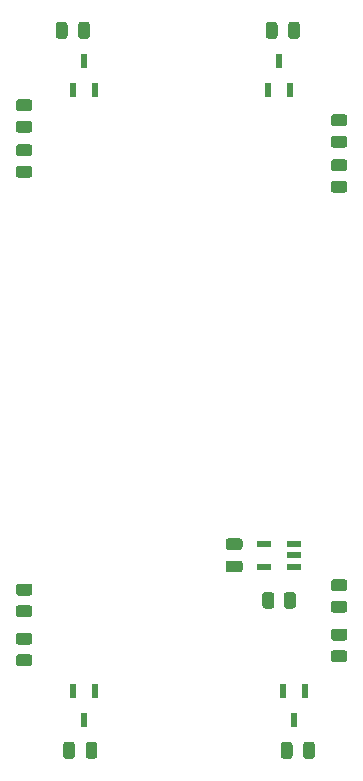
<source format=gbr>
%TF.GenerationSoftware,KiCad,Pcbnew,5.1.7-a382d34a8~88~ubuntu18.04.1*%
%TF.CreationDate,2021-04-15T09:54:52+03:00*%
%TF.ProjectId,quadimodo_pcb,71756164-696d-46f6-946f-5f7063622e6b,rev?*%
%TF.SameCoordinates,Original*%
%TF.FileFunction,Paste,Top*%
%TF.FilePolarity,Positive*%
%FSLAX46Y46*%
G04 Gerber Fmt 4.6, Leading zero omitted, Abs format (unit mm)*
G04 Created by KiCad (PCBNEW 5.1.7-a382d34a8~88~ubuntu18.04.1) date 2021-04-15 09:54:52*
%MOMM*%
%LPD*%
G01*
G04 APERTURE LIST*
%ADD10R,0.600000X1.200000*%
%ADD11R,1.210000X0.590000*%
G04 APERTURE END LIST*
D10*
%TO.C,Q4*%
X33340000Y-34270000D03*
X35240000Y-34270000D03*
X34290000Y-31770000D03*
%TD*%
%TO.C,Q3*%
X35240000Y-85110000D03*
X33340000Y-85110000D03*
X34290000Y-87610000D03*
%TD*%
%TO.C,Q2*%
X49850000Y-34270000D03*
X51750000Y-34270000D03*
X50800000Y-31770000D03*
%TD*%
%TO.C,Q1*%
X53020000Y-85110000D03*
X51120000Y-85110000D03*
X52070000Y-87610000D03*
%TD*%
D11*
%TO.C,U2*%
X52055000Y-74610000D03*
X52055000Y-73660000D03*
X52055000Y-72710000D03*
X49545000Y-72710000D03*
X49545000Y-74610000D03*
%TD*%
%TO.C,R9*%
G36*
G01*
X51200000Y-77920002D02*
X51200000Y-77019998D01*
G75*
G02*
X51449998Y-76770000I249998J0D01*
G01*
X51975002Y-76770000D01*
G75*
G02*
X52225000Y-77019998I0J-249998D01*
G01*
X52225000Y-77920002D01*
G75*
G02*
X51975002Y-78170000I-249998J0D01*
G01*
X51449998Y-78170000D01*
G75*
G02*
X51200000Y-77920002I0J249998D01*
G01*
G37*
G36*
G01*
X49375000Y-77920002D02*
X49375000Y-77019998D01*
G75*
G02*
X49624998Y-76770000I249998J0D01*
G01*
X50150002Y-76770000D01*
G75*
G02*
X50400000Y-77019998I0J-249998D01*
G01*
X50400000Y-77920002D01*
G75*
G02*
X50150002Y-78170000I-249998J0D01*
G01*
X49624998Y-78170000D01*
G75*
G02*
X49375000Y-77920002I0J249998D01*
G01*
G37*
%TD*%
%TO.C,C7*%
G36*
G01*
X32890000Y-28735000D02*
X32890000Y-29685000D01*
G75*
G02*
X32640000Y-29935000I-250000J0D01*
G01*
X32140000Y-29935000D01*
G75*
G02*
X31890000Y-29685000I0J250000D01*
G01*
X31890000Y-28735000D01*
G75*
G02*
X32140000Y-28485000I250000J0D01*
G01*
X32640000Y-28485000D01*
G75*
G02*
X32890000Y-28735000I0J-250000D01*
G01*
G37*
G36*
G01*
X34790000Y-28735000D02*
X34790000Y-29685000D01*
G75*
G02*
X34540000Y-29935000I-250000J0D01*
G01*
X34040000Y-29935000D01*
G75*
G02*
X33790000Y-29685000I0J250000D01*
G01*
X33790000Y-28735000D01*
G75*
G02*
X34040000Y-28485000I250000J0D01*
G01*
X34540000Y-28485000D01*
G75*
G02*
X34790000Y-28735000I0J-250000D01*
G01*
G37*
%TD*%
%TO.C,C6*%
G36*
G01*
X33520000Y-89695000D02*
X33520000Y-90645000D01*
G75*
G02*
X33270000Y-90895000I-250000J0D01*
G01*
X32770000Y-90895000D01*
G75*
G02*
X32520000Y-90645000I0J250000D01*
G01*
X32520000Y-89695000D01*
G75*
G02*
X32770000Y-89445000I250000J0D01*
G01*
X33270000Y-89445000D01*
G75*
G02*
X33520000Y-89695000I0J-250000D01*
G01*
G37*
G36*
G01*
X35420000Y-89695000D02*
X35420000Y-90645000D01*
G75*
G02*
X35170000Y-90895000I-250000J0D01*
G01*
X34670000Y-90895000D01*
G75*
G02*
X34420000Y-90645000I0J250000D01*
G01*
X34420000Y-89695000D01*
G75*
G02*
X34670000Y-89445000I250000J0D01*
G01*
X35170000Y-89445000D01*
G75*
G02*
X35420000Y-89695000I0J-250000D01*
G01*
G37*
%TD*%
%TO.C,C5*%
G36*
G01*
X51570000Y-29685000D02*
X51570000Y-28735000D01*
G75*
G02*
X51820000Y-28485000I250000J0D01*
G01*
X52320000Y-28485000D01*
G75*
G02*
X52570000Y-28735000I0J-250000D01*
G01*
X52570000Y-29685000D01*
G75*
G02*
X52320000Y-29935000I-250000J0D01*
G01*
X51820000Y-29935000D01*
G75*
G02*
X51570000Y-29685000I0J250000D01*
G01*
G37*
G36*
G01*
X49670000Y-29685000D02*
X49670000Y-28735000D01*
G75*
G02*
X49920000Y-28485000I250000J0D01*
G01*
X50420000Y-28485000D01*
G75*
G02*
X50670000Y-28735000I0J-250000D01*
G01*
X50670000Y-29685000D01*
G75*
G02*
X50420000Y-29935000I-250000J0D01*
G01*
X49920000Y-29935000D01*
G75*
G02*
X49670000Y-29685000I0J250000D01*
G01*
G37*
%TD*%
%TO.C,C4*%
G36*
G01*
X52840000Y-90645000D02*
X52840000Y-89695000D01*
G75*
G02*
X53090000Y-89445000I250000J0D01*
G01*
X53590000Y-89445000D01*
G75*
G02*
X53840000Y-89695000I0J-250000D01*
G01*
X53840000Y-90645000D01*
G75*
G02*
X53590000Y-90895000I-250000J0D01*
G01*
X53090000Y-90895000D01*
G75*
G02*
X52840000Y-90645000I0J250000D01*
G01*
G37*
G36*
G01*
X50940000Y-90645000D02*
X50940000Y-89695000D01*
G75*
G02*
X51190000Y-89445000I250000J0D01*
G01*
X51690000Y-89445000D01*
G75*
G02*
X51940000Y-89695000I0J-250000D01*
G01*
X51940000Y-90645000D01*
G75*
G02*
X51690000Y-90895000I-250000J0D01*
G01*
X51190000Y-90895000D01*
G75*
G02*
X50940000Y-90645000I0J250000D01*
G01*
G37*
%TD*%
%TO.C,C2*%
G36*
G01*
X47465000Y-73210000D02*
X46515000Y-73210000D01*
G75*
G02*
X46265000Y-72960000I0J250000D01*
G01*
X46265000Y-72460000D01*
G75*
G02*
X46515000Y-72210000I250000J0D01*
G01*
X47465000Y-72210000D01*
G75*
G02*
X47715000Y-72460000I0J-250000D01*
G01*
X47715000Y-72960000D01*
G75*
G02*
X47465000Y-73210000I-250000J0D01*
G01*
G37*
G36*
G01*
X47465000Y-75110000D02*
X46515000Y-75110000D01*
G75*
G02*
X46265000Y-74860000I0J250000D01*
G01*
X46265000Y-74360000D01*
G75*
G02*
X46515000Y-74110000I250000J0D01*
G01*
X47465000Y-74110000D01*
G75*
G02*
X47715000Y-74360000I0J-250000D01*
G01*
X47715000Y-74860000D01*
G75*
G02*
X47465000Y-75110000I-250000J0D01*
G01*
G37*
%TD*%
%TO.C,R8*%
G36*
G01*
X29660002Y-36072500D02*
X28759998Y-36072500D01*
G75*
G02*
X28510000Y-35822502I0J249998D01*
G01*
X28510000Y-35297498D01*
G75*
G02*
X28759998Y-35047500I249998J0D01*
G01*
X29660002Y-35047500D01*
G75*
G02*
X29910000Y-35297498I0J-249998D01*
G01*
X29910000Y-35822502D01*
G75*
G02*
X29660002Y-36072500I-249998J0D01*
G01*
G37*
G36*
G01*
X29660002Y-37897500D02*
X28759998Y-37897500D01*
G75*
G02*
X28510000Y-37647502I0J249998D01*
G01*
X28510000Y-37122498D01*
G75*
G02*
X28759998Y-36872500I249998J0D01*
G01*
X29660002Y-36872500D01*
G75*
G02*
X29910000Y-37122498I0J-249998D01*
G01*
X29910000Y-37647502D01*
G75*
G02*
X29660002Y-37897500I-249998J0D01*
G01*
G37*
%TD*%
%TO.C,R7*%
G36*
G01*
X28759998Y-40682500D02*
X29660002Y-40682500D01*
G75*
G02*
X29910000Y-40932498I0J-249998D01*
G01*
X29910000Y-41457502D01*
G75*
G02*
X29660002Y-41707500I-249998J0D01*
G01*
X28759998Y-41707500D01*
G75*
G02*
X28510000Y-41457502I0J249998D01*
G01*
X28510000Y-40932498D01*
G75*
G02*
X28759998Y-40682500I249998J0D01*
G01*
G37*
G36*
G01*
X28759998Y-38857500D02*
X29660002Y-38857500D01*
G75*
G02*
X29910000Y-39107498I0J-249998D01*
G01*
X29910000Y-39632502D01*
G75*
G02*
X29660002Y-39882500I-249998J0D01*
G01*
X28759998Y-39882500D01*
G75*
G02*
X28510000Y-39632502I0J249998D01*
G01*
X28510000Y-39107498D01*
G75*
G02*
X28759998Y-38857500I249998J0D01*
G01*
G37*
%TD*%
%TO.C,R6*%
G36*
G01*
X28759998Y-82037500D02*
X29660002Y-82037500D01*
G75*
G02*
X29910000Y-82287498I0J-249998D01*
G01*
X29910000Y-82812502D01*
G75*
G02*
X29660002Y-83062500I-249998J0D01*
G01*
X28759998Y-83062500D01*
G75*
G02*
X28510000Y-82812502I0J249998D01*
G01*
X28510000Y-82287498D01*
G75*
G02*
X28759998Y-82037500I249998J0D01*
G01*
G37*
G36*
G01*
X28759998Y-80212500D02*
X29660002Y-80212500D01*
G75*
G02*
X29910000Y-80462498I0J-249998D01*
G01*
X29910000Y-80987502D01*
G75*
G02*
X29660002Y-81237500I-249998J0D01*
G01*
X28759998Y-81237500D01*
G75*
G02*
X28510000Y-80987502I0J249998D01*
G01*
X28510000Y-80462498D01*
G75*
G02*
X28759998Y-80212500I249998J0D01*
G01*
G37*
%TD*%
%TO.C,R5*%
G36*
G01*
X56330002Y-37342500D02*
X55429998Y-37342500D01*
G75*
G02*
X55180000Y-37092502I0J249998D01*
G01*
X55180000Y-36567498D01*
G75*
G02*
X55429998Y-36317500I249998J0D01*
G01*
X56330002Y-36317500D01*
G75*
G02*
X56580000Y-36567498I0J-249998D01*
G01*
X56580000Y-37092502D01*
G75*
G02*
X56330002Y-37342500I-249998J0D01*
G01*
G37*
G36*
G01*
X56330002Y-39167500D02*
X55429998Y-39167500D01*
G75*
G02*
X55180000Y-38917502I0J249998D01*
G01*
X55180000Y-38392498D01*
G75*
G02*
X55429998Y-38142500I249998J0D01*
G01*
X56330002Y-38142500D01*
G75*
G02*
X56580000Y-38392498I0J-249998D01*
G01*
X56580000Y-38917502D01*
G75*
G02*
X56330002Y-39167500I-249998J0D01*
G01*
G37*
%TD*%
%TO.C,R4*%
G36*
G01*
X29660002Y-77070000D02*
X28759998Y-77070000D01*
G75*
G02*
X28510000Y-76820002I0J249998D01*
G01*
X28510000Y-76294998D01*
G75*
G02*
X28759998Y-76045000I249998J0D01*
G01*
X29660002Y-76045000D01*
G75*
G02*
X29910000Y-76294998I0J-249998D01*
G01*
X29910000Y-76820002D01*
G75*
G02*
X29660002Y-77070000I-249998J0D01*
G01*
G37*
G36*
G01*
X29660002Y-78895000D02*
X28759998Y-78895000D01*
G75*
G02*
X28510000Y-78645002I0J249998D01*
G01*
X28510000Y-78119998D01*
G75*
G02*
X28759998Y-77870000I249998J0D01*
G01*
X29660002Y-77870000D01*
G75*
G02*
X29910000Y-78119998I0J-249998D01*
G01*
X29910000Y-78645002D01*
G75*
G02*
X29660002Y-78895000I-249998J0D01*
G01*
G37*
%TD*%
%TO.C,R3*%
G36*
G01*
X55429998Y-41952500D02*
X56330002Y-41952500D01*
G75*
G02*
X56580000Y-42202498I0J-249998D01*
G01*
X56580000Y-42727502D01*
G75*
G02*
X56330002Y-42977500I-249998J0D01*
G01*
X55429998Y-42977500D01*
G75*
G02*
X55180000Y-42727502I0J249998D01*
G01*
X55180000Y-42202498D01*
G75*
G02*
X55429998Y-41952500I249998J0D01*
G01*
G37*
G36*
G01*
X55429998Y-40127500D02*
X56330002Y-40127500D01*
G75*
G02*
X56580000Y-40377498I0J-249998D01*
G01*
X56580000Y-40902502D01*
G75*
G02*
X56330002Y-41152500I-249998J0D01*
G01*
X55429998Y-41152500D01*
G75*
G02*
X55180000Y-40902502I0J249998D01*
G01*
X55180000Y-40377498D01*
G75*
G02*
X55429998Y-40127500I249998J0D01*
G01*
G37*
%TD*%
%TO.C,R2*%
G36*
G01*
X55429998Y-81680000D02*
X56330002Y-81680000D01*
G75*
G02*
X56580000Y-81929998I0J-249998D01*
G01*
X56580000Y-82455002D01*
G75*
G02*
X56330002Y-82705000I-249998J0D01*
G01*
X55429998Y-82705000D01*
G75*
G02*
X55180000Y-82455002I0J249998D01*
G01*
X55180000Y-81929998D01*
G75*
G02*
X55429998Y-81680000I249998J0D01*
G01*
G37*
G36*
G01*
X55429998Y-79855000D02*
X56330002Y-79855000D01*
G75*
G02*
X56580000Y-80104998I0J-249998D01*
G01*
X56580000Y-80630002D01*
G75*
G02*
X56330002Y-80880000I-249998J0D01*
G01*
X55429998Y-80880000D01*
G75*
G02*
X55180000Y-80630002I0J249998D01*
G01*
X55180000Y-80104998D01*
G75*
G02*
X55429998Y-79855000I249998J0D01*
G01*
G37*
%TD*%
%TO.C,R1*%
G36*
G01*
X56330002Y-76712500D02*
X55429998Y-76712500D01*
G75*
G02*
X55180000Y-76462502I0J249998D01*
G01*
X55180000Y-75937498D01*
G75*
G02*
X55429998Y-75687500I249998J0D01*
G01*
X56330002Y-75687500D01*
G75*
G02*
X56580000Y-75937498I0J-249998D01*
G01*
X56580000Y-76462502D01*
G75*
G02*
X56330002Y-76712500I-249998J0D01*
G01*
G37*
G36*
G01*
X56330002Y-78537500D02*
X55429998Y-78537500D01*
G75*
G02*
X55180000Y-78287502I0J249998D01*
G01*
X55180000Y-77762498D01*
G75*
G02*
X55429998Y-77512500I249998J0D01*
G01*
X56330002Y-77512500D01*
G75*
G02*
X56580000Y-77762498I0J-249998D01*
G01*
X56580000Y-78287502D01*
G75*
G02*
X56330002Y-78537500I-249998J0D01*
G01*
G37*
%TD*%
M02*

</source>
